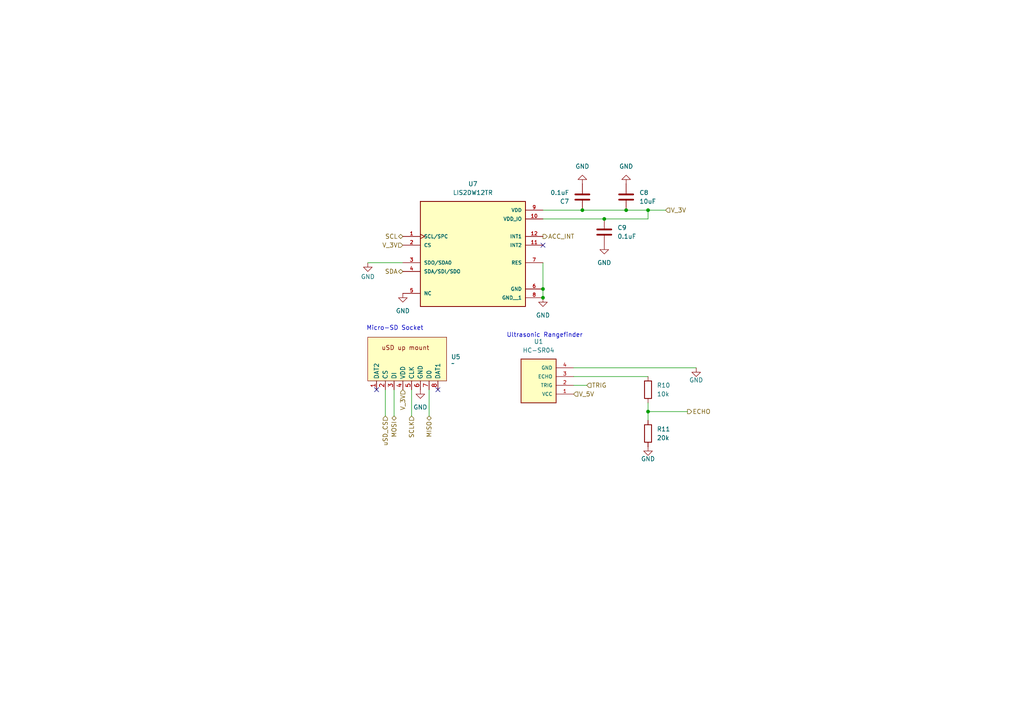
<source format=kicad_sch>
(kicad_sch (version 20250114) (generator "eeschema") (generator_version "9.0")
  (paper "A4")
  (lib_symbols
    (symbol "Device:C" (pin_numbers (hide yes)) (pin_names (offset 0.254))
      (property "Reference" "C" (at 0.635 2.54 0))
      (property "Value" "C" (at 0.635 -2.54 0))
      (symbol "C_0_1"
        (polyline (pts (xy -2.032 0.762) (xy 2.032 0.762)) (stroke (width 0.508)))
        (polyline (pts (xy -2.032 -0.762) (xy 2.032 -0.762)) (stroke (width 0.508)))
      )
      (symbol "C_1_1"
        (pin passive line (at 0 3.81 270) (length 2.794) (name "~") (number "1"))
        (pin passive line (at 0 -3.81 90) (length 2.794) (name "~") (number "2"))
      )
    )
    (symbol "Device:R" (pin_numbers (hide yes)) (pin_names (offset 0))
      (property "Reference" "R" (at 2.032 0 90))
      (property "Value" "R" (at 0 0 90))
      (symbol "R_0_1"
        (rectangle (start -1.016 -2.54) (end 1.016 2.54) (stroke (width 0.254)))
      )
      (symbol "R_1_1"
        (pin passive line (at 0 3.81 270) (length 1.27) (name "~") (number "1"))
        (pin passive line (at 0 -3.81 90) (length 1.27) (name "~") (number "2"))
      )
    )
    (symbol "LIS2DW12TR:LIS2DW12TR" (pin_names (offset 1.016))
      (property "Reference" "U7" (at 0 17.78 0))
      (property "Value" "LIS2DW12TR" (at 0 15.24 0))
      (symbol "LIS2DW12TR_0_0"
        (rectangle (start -15.24 -17.78) (end 15.24 12.7) (stroke (width 0.254)) (fill (type background)))
        (pin input clock (at -20.32 2.54 0) (length 5.08) (name "SCL/SPC") (number "1"))
        (pin input line (at -20.32 0 0) (length 5.08) (name "CS") (number "2"))
        (pin bidirectional line (at -20.32 -5.08 0) (length 5.08) (name "SDO/SDA0") (number "3"))
        (pin bidirectional line (at -20.32 -7.62 0) (length 5.08) (name "SDA/SDI/SDO") (number "4"))
        (pin power_in line (at 20.32 10.16 180) (length 5.08) (name "VDD") (number "9"))
        (pin power_in line (at 20.32 7.62 180) (length 5.08) (name "VDD_IO") (number "10"))
        (pin output line (at 20.32 2.54 180) (length 5.08) (name "INT1") (number "12"))
        (pin output line (at 20.32 0 180) (length 5.08) (name "INT2") (number "11"))
        (pin passive line (at 20.32 -5.08 180) (length 5.08) (name "RES") (number "7"))
        (pin power_in line (at 20.32 -12.7 180) (length 5.08) (name "GND") (number "6"))
        (pin power_in line (at 20.32 -15.24 180) (length 5.08) (name "GND__1") (number "8"))
      )
      (symbol "LIS2DW12TR_1_0"
        (pin input line (at -20.32 -13.97 0) (length 5.08) (name "NC") (number "5"))
      )
    )
    (symbol "Singing Poles Symbols:HC-SR04" (pin_names (offset 1.016))
      (property "Reference" "U2" (at 0 5.0813 0))
      (property "Value" "HC-SR04" (at 0 -10.163 0))
      (symbol "HC-SR04_0_0"
        (rectangle (start 0 -7.62) (end 10.16 5.08) (stroke (width 0.254)) (fill (type background)))
        (pin power_in line (at -5.08 2.54 0) (length 5.08) (name "VCC") (number "1"))
        (pin bidirectional line (at -5.08 0 0) (length 5.08) (name "TRIG") (number "2"))
        (pin bidirectional line (at -5.08 -2.54 0) (length 5.08) (name "ECHO") (number "3"))
        (pin power_in line (at -5.08 -5.08 0) (length 5.08) (name "GND") (number "4"))
      )
    )
    (symbol "Singing Poles Symbols:uSD_up_mount"
      (property "Reference" "U" (at -10.414 7.62 0))
      (symbol "uSD_up_mount_1_1"
        (rectangle (start -11.43 6.35) (end 11.43 -6.35) (fill (type background)))
        (text "uSD up mount" (at -0.508 3.302 0) (effects (font (size 1.27 1.27))))
        (pin input line (at -8.89 -8.89 90) (length 2.54) (name "DAT2") (number "1"))
        (pin input line (at -6.35 -8.89 90) (length 2.54) (name "CS") (number "2"))
        (pin input line (at -3.81 -8.89 90) (length 2.54) (name "DI") (number "3"))
        (pin input line (at -1.27 -8.89 90) (length 2.54) (name "VDD") (number "4"))
        (pin input line (at 1.27 -8.89 90) (length 2.54) (name "CLK") (number "5"))
        (pin input line (at 3.81 -8.89 90) (length 2.54) (name "GND") (number "6"))
        (pin input line (at 6.35 -8.89 90) (length 2.54) (name "D0") (number "7"))
        (pin input line (at 8.89 -8.89 90) (length 2.54) (name "DAT1") (number "8"))
      )
    )
    (symbol "power:GND" (power) (pin_numbers (hide yes)) (pin_names (offset 0) (hide yes))
      (property "Value" "GND" (at 0 -3.81 0))
      (symbol "GND_0_1"
        (polyline (pts (xy 0 0) (xy 0 -1.27) (xy 1.27 -1.27) (xy 0 -2.54) (xy -1.27 -1.27) (xy 0 -1.27)))
      )
      (symbol "GND_1_1"
        (pin power_in line (at 0 0 270) (length 0) (name "~") (number "1"))
      )
    )
  )
  (text "Ultrasonic Rangefinder" (at 157.988 97.282 0) (effects (font (size 1.27 1.27))))
  (text "Micro-SD Socket" (at 114.554 95.25 0) (effects (font (size 1.27 1.27))))
  (junction (at 168.91 60.96))
  (junction (at 181.61 60.96))
  (junction (at 187.96 60.96))
  (junction (at 175.26 63.5))
  (junction (at 157.48 86.36))
  (junction (at 187.96 119.38))
  (junction (at 157.48 83.82))
  (no_connect (at 127 113.03))
  (no_connect (at 157.48 71.12))
  (no_connect (at 109.22 113.03))
  (wire (pts (xy 187.96 60.96) (xy 187.96 63.5)))
  (wire (pts (xy 187.96 60.96) (xy 193.04 60.96)))
  (wire (pts (xy 157.48 83.82) (xy 157.48 86.36)))
  (wire (pts (xy 181.61 60.96) (xy 187.96 60.96)))
  (wire (pts (xy 124.46 113.03) (xy 124.46 120.65)))
  (wire (pts (xy 157.48 63.5) (xy 175.26 63.5)))
  (wire (pts (xy 106.68 76.2) (xy 116.84 76.2)))
  (wire (pts (xy 168.91 60.96) (xy 181.61 60.96)))
  (wire (pts (xy 187.96 119.38) (xy 199.39 119.38)))
  (wire (pts (xy 170.18 111.76) (xy 166.37 111.76)))
  (wire (pts (xy 187.96 116.84) (xy 187.96 119.38)))
  (wire (pts (xy 187.96 63.5) (xy 175.26 63.5)))
  (wire (pts (xy 187.96 119.38) (xy 187.96 121.92)))
  (wire (pts (xy 201.93 106.68) (xy 166.37 106.68)))
  (wire (pts (xy 111.76 113.03) (xy 111.76 120.65)))
  (wire (pts (xy 114.3 113.03) (xy 114.3 120.65)))
  (wire (pts (xy 166.37 109.22) (xy 187.96 109.22)))
  (wire (pts (xy 157.48 60.96) (xy 168.91 60.96)))
  (wire (pts (xy 119.38 113.03) (xy 119.38 120.65)))
  (wire (pts (xy 157.48 76.2) (xy 157.48 83.82)))
  (hierarchical_label "SCL" (shape bidirectional) (at 116.84 68.58 180))
  (hierarchical_label "MOSI" (shape bidirectional) (at 114.3 120.65 270))
  (hierarchical_label "SCLK" (shape input) (at 119.38 120.65 270))
  (hierarchical_label "uSD_CS" (shape input) (at 111.76 120.65 270))
  (hierarchical_label "TRIG" (shape input) (at 170.18 111.76 0))
  (hierarchical_label "ECHO" (shape output) (at 199.39 119.38 0))
  (hierarchical_label "V_3V" (shape input) (at 116.84 113.03 270))
  (hierarchical_label "MISO" (shape bidirectional) (at 124.46 120.65 270))
  (hierarchical_label "V_3V" (shape input) (at 116.84 71.12 180))
  (hierarchical_label "V_3V" (shape input) (at 193.04 60.96 0))
  (hierarchical_label "SDA" (shape bidirectional) (at 116.84 78.74 180))
  (hierarchical_label "V_5V" (shape input) (at 166.37 114.3 0))
  (hierarchical_label "ACC_INT" (shape output) (at 157.48 68.58 0))
  (symbol (lib_id "power:GND") (at 175.26 71.12 0) (unit 1)
    (property "Reference" "#PWR037" (effects (hide yes)))
    (property "Value" "GND" (at 175.26 76.2 0))
    (property "Description" "Power symbol creates a global label with name \"GND\" , ground" (effects (hide yes)))
  )
  (symbol (lib_id "Device:R") (at 187.96 125.73 180) (unit 1)
    (property "Reference" "R11" (at 190.5 124.4599 0) (effects (justify right)))
    (property "Value" "20k" (at 190.5 126.9999 0) (effects (justify right)))
    (property "Footprint" "Resistor_SMD:R_0603_1608Metric" (effects (hide yes)))
    (property "Description" "Resistor" (effects (hide yes)))
  )
  (symbol (lib_id "Device:C") (at 181.61 57.15 180) (unit 1)
    (property "Reference" "C8" (at 185.42 55.8799 0) (effects (justify right)))
    (property "Value" "10uF" (at 185.42 58.4199 0) (effects (justify right)))
    (property "Footprint" "Capacitor_SMD:C_0603_1608Metric" (effects (hide yes)))
    (property "Description" "Unpolarized capacitor" (effects (hide yes)))
  )
  (symbol (lib_id "power:GND") (at 121.92 113.03 0) (unit 1)
    (property "Reference" "#PWR02" (effects (hide yes)))
    (property "Value" "GND" (at 121.92 118.11 0))
    (property "Description" "Power symbol creates a global label with name \"GND\" , ground" (effects (hide yes)))
  )
  (symbol (lib_id "power:GND") (at 201.93 106.68 0) (unit 1)
    (property "Reference" "#PWR06" (effects (hide yes)))
    (property "Value" "GND" (at 203.962 110.236 0) (effects (justify right)))
    (property "Description" "Power symbol creates a global label with name \"GND\" , ground" (effects (hide yes)))
  )
  (symbol (lib_id "power:GND") (at 157.48 86.36 0) (unit 1)
    (property "Reference" "#PWR040" (effects (hide yes)))
    (property "Value" "GND" (at 157.48 91.44 0))
    (property "Description" "Power symbol creates a global label with name \"GND\" , ground" (effects (hide yes)))
  )
  (symbol (lib_id "Device:R") (at 187.96 113.03 180) (unit 1)
    (property "Reference" "R10" (at 190.5 111.7599 0) (effects (justify right)))
    (property "Value" "10k" (at 190.5 114.2999 0) (effects (justify right)))
    (property "Footprint" "Resistor_SMD:R_0603_1608Metric" (effects (hide yes)))
    (property "Description" "Resistor" (effects (hide yes)))
  )
  (symbol (lib_id "LIS2DW12TR:LIS2DW12TR") (at 137.16 71.12 0) (unit 1)
    (property "Reference" "U7" (at 137.16 53.34 0))
    (property "Value" "LIS2DW12TR" (at 137.16 55.88 0))
    (property "Footprint" "LIS2DW12TR:LGA12R50P4X4_200X200X70" (effects (hide yes)))
    (property "PARTREV" "4" (effects (hide yes)))
    (property "STANDARD" "IPC-7351B" (effects (hide yes)))
    (property "MANUFACTURER" "STMicroelectronics" (effects (hide yes)))
  )
  (symbol (lib_id "power:GND") (at 106.68 76.2 0) (unit 1)
    (property "Reference" "#PWR041" (effects (hide yes)))
    (property "Value" "GND" (at 106.68 80.264 0))
    (property "Description" "Power symbol creates a global label with name \"GND\" , ground" (effects (hide yes)))
  )
  (symbol (lib_id "Singing Poles Symbols:HC-SR04") (at 161.29 111.76 180) (unit 1)
    (property "Reference" "U1" (at 156.21 99.06 0))
    (property "Value" "HC-SR04" (at 156.21 101.6 0))
    (property "Footprint" "singing foot:XCVR_HC-SR04" (effects (hide yes)))
    (property "MANUFACTURER" " " (effects (hide yes)))
  )
  (symbol (lib_id "Singing Poles Symbols:uSD_up_mount") (at 118.11 104.14 0) (unit 1)
    (property "Reference" "U5" (at 130.81 103.5049 0) (effects (justify left)))
    (property "Value" "~" (at 130.81 105.41 0) (effects (justify left)))
    (property "Footprint" "uSD mount (up)" (effects (hide yes)))
  )
  (symbol (lib_id "Device:C") (at 175.26 67.31 0) (unit 1)
    (property "Reference" "C9" (at 179.07 66.0399 0) (effects (justify left)))
    (property "Value" "0.1uF" (at 179.07 68.5799 0) (effects (justify left)))
    (property "Footprint" "Capacitor_SMD:C_0603_1608Metric" (effects (hide yes)))
    (property "Description" "Unpolarized capacitor" (effects (hide yes)))
  )
  (symbol (lib_id "power:GND") (at 168.91 53.34 180) (unit 1)
    (property "Reference" "#PWR035" (effects (hide yes)))
    (property "Value" "GND" (at 168.91 48.26 0))
    (property "Description" "Power symbol creates a global label with name \"GND\" , ground" (effects (hide yes)))
  )
  (symbol (lib_id "power:GND") (at 181.61 53.34 180) (unit 1)
    (property "Reference" "#PWR036" (effects (hide yes)))
    (property "Value" "GND" (at 181.61 48.26 0))
    (property "Description" "Power symbol creates a global label with name \"GND\" , ground" (effects (hide yes)))
  )
  (symbol (lib_id "Device:C") (at 168.91 57.15 180) (unit 1)
    (property "Reference" "C7" (at 165.1 58.4201 0) (effects (justify left)))
    (property "Value" "0.1uF" (at 165.1 55.8801 0) (effects (justify left)))
    (property "Footprint" "Capacitor_SMD:C_0603_1608Metric" (effects (hide yes)))
    (property "Description" "Unpolarized capacitor" (effects (hide yes)))
  )
  (symbol (lib_id "power:GND") (at 187.96 129.54 0) (unit 1)
    (property "Reference" "#PWR018" (effects (hide yes)))
    (property "Value" "GND" (at 189.992 133.096 0) (effects (justify right)))
    (property "Description" "Power symbol creates a global label with name \"GND\" , ground" (effects (hide yes)))
  )
  (symbol (lib_id "power:GND") (at 116.84 85.09 0) (unit 1)
    (property "Reference" "#PWR042" (effects (hide yes)))
    (property "Value" "GND" (at 116.84 90.17 0))
    (property "Description" "Power symbol creates a global label with name \"GND\" , ground" (effects (hide yes)))
  )
)
</source>
